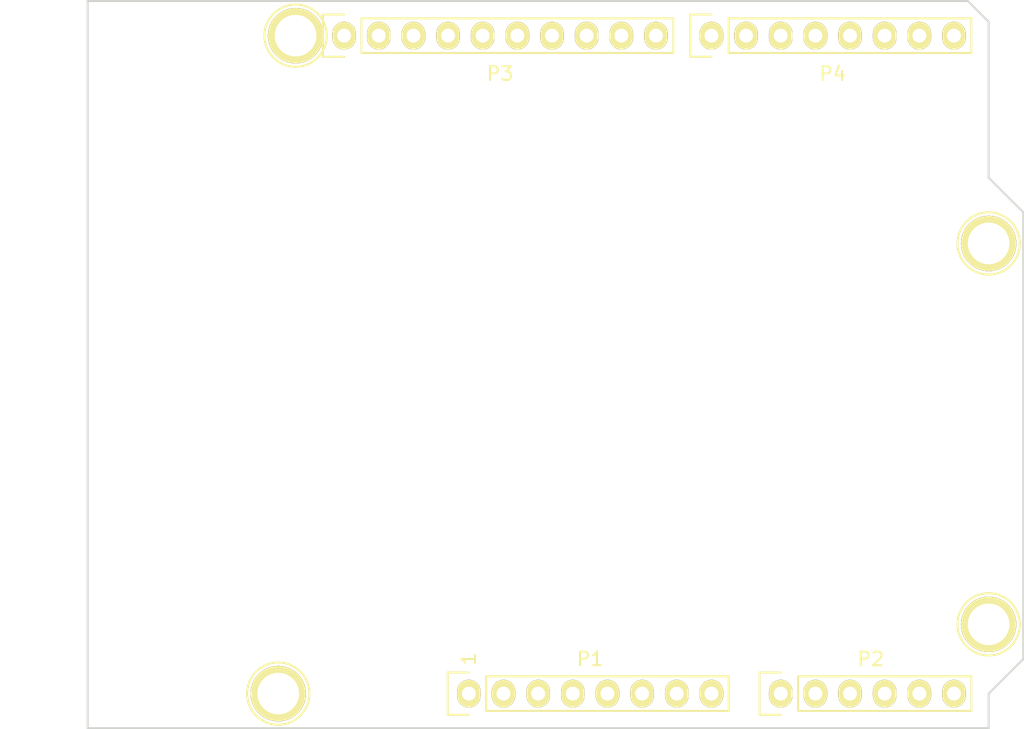
<source format=kicad_pcb>
(kicad_pcb (version 20221018) (generator pcbnew)
  (title_block (date "lun. 30 mars 2015"))
  (layers (0 "F.Cu" signal) (31 "B.Cu" signal) (34 "B.Paste" user) (35 "F.Paste" user) (36 "B.SilkS" user "B.Silkscreen") (37 "F.SilkS" user "F.Silkscreen") (38 "B.Mask" user) (39 "F.Mask" user) (44 "Edge.Cuts" user))
  (net 0 "")
  (net 1 "/IOREF")
  (net 2 "/Reset")
  (net 3 "+5V")
  (net 4 "GND")
  (net 5 "/Vin")
  (net 6 "/A0")
  (net 7 "/A1")
  (net 8 "/A2")
  (net 9 "/A3")
  (net 10 "/AREF")
  (net 11 "/A4(SDA)")
  (net 12 "/A5(SCL)")
  (net 13 "/9(**)")
  (net 14 "/8")
  (net 15 "/7")
  (net 16 "/6(**)")
  (net 17 "/5(**)")
  (net 18 "/4")
  (net 19 "/3(**)")
  (net 20 "/2")
  (net 21 "/1(Tx)")
  (net 22 "/0(Rx)")
  (net 23 "Net-(P5-Pad1)")
  (net 24 "Net-(P6-Pad1)")
  (net 25 "Net-(P7-Pad1)")
  (net 26 "Net-(P8-Pad1)")
  (net 27 "/13(SCK)")
  (net 28 "/10(**/SS)")
  (net 29 "Net-(P1-Pad1)")
  (net 30 "+3V3")
  (net 31 "/12(MISO)")
  (net 32 "/11(**/MOSI)")
  (footprint "Socket_Arduino_Uno:Socket_Strip_Arduino_1x08" (layer "F.Cu") (at 138.938 123.825)
    (fp_text reference "P1" (at 8.89 -2.54) (layer "F.SilkS"))
    (fp_text value "Power")
    (fp_line (start -1.55 -1.55) (end -1.55 1.55) (stroke (width 0.15)) (layer "F.SilkS"))
    (fp_line (start -1.55 1.55) (end 0 1.55) (stroke (width 0.15)) (layer "F.SilkS"))
    (fp_line (start 0 -1.55) (end -1.55 -1.55) (stroke (width 0.15)) (layer "F.SilkS"))
    (fp_line (start 1.27 1.27) (end 1.27 -1.27) (stroke (width 0.15)) (layer "F.SilkS"))
    (fp_line (start 1.27 1.27) (end 19.05 1.27) (stroke (width 0.15)) (layer "F.SilkS"))
    (fp_line (start 19.05 -1.27) (end 1.27 -1.27) (stroke (width 0.15)) (layer "F.SilkS"))
    (fp_line (start 19.05 1.27) (end 19.05 -1.27) (stroke (width 0.15)) (layer "F.SilkS"))
    (pad "1" thru_hole oval locked (at 0 0) (size 1.7272 2.032) (drill 1.016) (layers "*.Cu" "*.Mask" "F.SilkS") (net 29 "Net-(P1-Pad1)"))
    (pad "2" thru_hole oval locked (at 2.54 0) (size 1.7272 2.032) (drill 1.016) (layers "*.Cu" "*.Mask" "F.SilkS") (net 1 "/IOREF"))
    (pad "3" thru_hole oval locked (at 5.08 0) (size 1.7272 2.032) (drill 1.016) (layers "*.Cu" "*.Mask" "F.SilkS") (net 2 "/Reset"))
    (pad "4" thru_hole oval locked (at 7.62 0) (size 1.7272 2.032) (drill 1.016) (layers "*.Cu" "*.Mask" "F.SilkS") (net 30 "+3V3"))
    (pad "5" thru_hole oval locked (at 10.16 0) (size 1.7272 2.032) (drill 1.016) (layers "*.Cu" "*.Mask" "F.SilkS") (net 3 "+5V"))
    (pad "6" thru_hole oval locked (at 12.7 0) (size 1.7272 2.032) (drill 1.016) (layers "*.Cu" "*.Mask" "F.SilkS") (net 4 "GND"))
    (pad "7" thru_hole oval locked (at 15.24 0) (size 1.7272 2.032) (drill 1.016) (layers "*.Cu" "*.Mask" "F.SilkS") (net 4 "GND"))
    (pad "8" thru_hole oval locked (at 17.78 0) (size 1.7272 2.032) (drill 1.016) (layers "*.Cu" "*.Mask" "F.SilkS") (net 5 "/Vin"))
  )
  (footprint "Socket_Arduino_Uno:Socket_Strip_Arduino_1x06" (layer "F.Cu") (at 161.798 123.825)
    (fp_text reference "P2" (at 6.604 -2.54) (layer "F.SilkS"))
    (fp_text value "Analog")
    (fp_line (start -1.55 -1.55) (end -1.55 1.55) (stroke (width 0.15)) (layer "F.SilkS"))
    (fp_line (start -1.55 1.55) (end 0 1.55) (stroke (width 0.15)) (layer "F.SilkS"))
    (fp_line (start 0 -1.55) (end -1.55 -1.55) (stroke (width 0.15)) (layer "F.SilkS"))
    (fp_line (start 1.27 1.27) (end 1.27 -1.27) (stroke (width 0.15)) (layer "F.SilkS"))
    (fp_line (start 1.27 1.27) (end 13.97 1.27) (stroke (width 0.15)) (layer "F.SilkS"))
    (fp_line (start 13.97 -1.27) (end 1.27 -1.27) (stroke (width 0.15)) (layer "F.SilkS"))
    (fp_line (start 13.97 1.27) (end 13.97 -1.27) (stroke (width 0.15)) (layer "F.SilkS"))
    (pad "1" thru_hole oval locked (at 0 0) (size 1.7272 2.032) (drill 1.016) (layers "*.Cu" "*.Mask" "F.SilkS") (net 6 "/A0"))
    (pad "2" thru_hole oval locked (at 2.54 0) (size 1.7272 2.032) (drill 1.016) (layers "*.Cu" "*.Mask" "F.SilkS") (net 7 "/A1"))
    (pad "3" thru_hole oval locked (at 5.08 0) (size 1.7272 2.032) (drill 1.016) (layers "*.Cu" "*.Mask" "F.SilkS") (net 8 "/A2"))
    (pad "4" thru_hole oval locked (at 7.62 0) (size 1.7272 2.032) (drill 1.016) (layers "*.Cu" "*.Mask" "F.SilkS") (net 9 "/A3"))
    (pad "5" thru_hole oval locked (at 10.16 0) (size 1.7272 2.032) (drill 1.016) (layers "*.Cu" "*.Mask" "F.SilkS") (net 11 "/A4(SDA)"))
    (pad "6" thru_hole oval locked (at 12.7 0) (size 1.7272 2.032) (drill 1.016) (layers "*.Cu" "*.Mask" "F.SilkS") (net 12 "/A5(SCL)"))
  )
  (footprint "Socket_Arduino_Uno:Socket_Strip_Arduino_1x10" (layer "F.Cu") (at 129.794 75.565)
    (fp_text reference "P3" (at 11.43 2.794) (layer "F.SilkS"))
    (fp_text value "Digital")
    (fp_line (start -1.55 -1.55) (end -1.55 1.55) (stroke (width 0.15)) (layer "F.SilkS"))
    (fp_line (start -1.55 1.55) (end 0 1.55) (stroke (width 0.15)) (layer "F.SilkS"))
    (fp_line (start 0 -1.55) (end -1.55 -1.55) (stroke (width 0.15)) (layer "F.SilkS"))
    (fp_line (start 1.27 1.27) (end 1.27 -1.27) (stroke (width 0.15)) (layer "F.SilkS"))
    (fp_line (start 1.27 1.27) (end 24.13 1.27) (stroke (width 0.15)) (layer "F.SilkS"))
    (fp_line (start 24.13 -1.27) (end 1.27 -1.27) (stroke (width 0.15)) (layer "F.SilkS"))
    (fp_line (start 24.13 1.27) (end 24.13 -1.27) (stroke (width 0.15)) (layer "F.SilkS"))
    (pad "1" thru_hole oval locked (at 0 0) (size 1.7272 2.032) (drill 1.016) (layers "*.Cu" "*.Mask" "F.SilkS") (net 12 "/A5(SCL)"))
    (pad "2" thru_hole oval locked (at 2.54 0) (size 1.7272 2.032) (drill 1.016) (layers "*.Cu" "*.Mask" "F.SilkS") (net 11 "/A4(SDA)"))
    (pad "3" thru_hole oval locked (at 5.08 0) (size 1.7272 2.032) (drill 1.016) (layers "*.Cu" "*.Mask" "F.SilkS") (net 10 "/AREF"))
    (pad "4" thru_hole oval locked (at 7.62 0) (size 1.7272 2.032) (drill 1.016) (layers "*.Cu" "*.Mask" "F.SilkS") (net 4 "GND"))
    (pad "5" thru_hole oval locked (at 10.16 0) (size 1.7272 2.032) (drill 1.016) (layers "*.Cu" "*.Mask" "F.SilkS") (net 27 "/13(SCK)"))
    (pad "6" thru_hole oval locked (at 12.7 0) (size 1.7272 2.032) (drill 1.016) (layers "*.Cu" "*.Mask" "F.SilkS") (net 31 "/12(MISO)"))
    (pad "7" thru_hole oval locked (at 15.24 0) (size 1.7272 2.032) (drill 1.016) (layers "*.Cu" "*.Mask" "F.SilkS") (net 32 "/11(**/MOSI)"))
    (pad "8" thru_hole oval locked (at 17.78 0) (size 1.7272 2.032) (drill 1.016) (layers "*.Cu" "*.Mask" "F.SilkS") (net 28 "/10(**/SS)"))
    (pad "9" thru_hole oval locked (at 20.32 0) (size 1.7272 2.032) (drill 1.016) (layers "*.Cu" "*.Mask" "F.SilkS") (net 13 "/9(**)"))
    (pad "10" thru_hole oval locked (at 22.86 0) (size 1.7272 2.032) (drill 1.016) (layers "*.Cu" "*.Mask" "F.SilkS") (net 14 "/8"))
  )
  (footprint "Socket_Arduino_Uno:Socket_Strip_Arduino_1x08" (layer "F.Cu") (at 156.718 75.565)
    (fp_text reference "P4" (at 8.89 2.794) (layer "F.SilkS"))
    (fp_text value "Digital")
    (fp_line (start -1.55 -1.55) (end -1.55 1.55) (stroke (width 0.15)) (layer "F.SilkS"))
    (fp_line (start -1.55 1.55) (end 0 1.55) (stroke (width 0.15)) (layer "F.SilkS"))
    (fp_line (start 0 -1.55) (end -1.55 -1.55) (stroke (width 0.15)) (layer "F.SilkS"))
    (fp_line (start 1.27 1.27) (end 1.27 -1.27) (stroke (width 0.15)) (layer "F.SilkS"))
    (fp_line (start 1.27 1.27) (end 19.05 1.27) (stroke (width 0.15)) (layer "F.SilkS"))
    (fp_line (start 19.05 -1.27) (end 1.27 -1.27) (stroke (width 0.15)) (layer "F.SilkS"))
    (fp_line (start 19.05 1.27) (end 19.05 -1.27) (stroke (width 0.15)) (layer "F.SilkS"))
    (pad "1" thru_hole oval locked (at 0 0) (size 1.7272 2.032) (drill 1.016) (layers "*.Cu" "*.Mask" "F.SilkS") (net 15 "/7"))
    (pad "2" thru_hole oval locked (at 2.54 0) (size 1.7272 2.032) (drill 1.016) (layers "*.Cu" "*.Mask" "F.SilkS") (net 16 "/6(**)"))
    (pad "3" thru_hole oval locked (at 5.08 0) (size 1.7272 2.032) (drill 1.016) (layers "*.Cu" "*.Mask" "F.SilkS") (net 17 "/5(**)"))
    (pad "4" thru_hole oval locked (at 7.62 0) (size 1.7272 2.032) (drill 1.016) (layers "*.Cu" "*.Mask" "F.SilkS") (net 18 "/4"))
    (pad "5" thru_hole oval locked (at 10.16 0) (size 1.7272 2.032) (drill 1.016) (layers "*.Cu" "*.Mask" "F.SilkS") (net 19 "/3(**)"))
    (pad "6" thru_hole oval locked (at 12.7 0) (size 1.7272 2.032) (drill 1.016) (layers "*.Cu" "*.Mask" "F.SilkS") (net 20 "/2"))
    (pad "7" thru_hole oval locked (at 15.24 0) (size 1.7272 2.032) (drill 1.016) (layers "*.Cu" "*.Mask" "F.SilkS") (net 21 "/1(Tx)"))
    (pad "8" thru_hole oval locked (at 17.78 0) (size 1.7272 2.032) (drill 1.016) (layers "*.Cu" "*.Mask" "F.SilkS") (net 22 "/0(Rx)"))
  )
  (footprint "Socket_Arduino_Uno:Arduino_1pin" (layer "F.Cu") (at 124.968 123.825)
    (fp_text reference "P5" hide)
    (fp_text value "CONN_01X01" hide)
    (fp_circle (center 0 0) (end 0 -2.286) (stroke (width 0.15)) (fill none) (layer "F.SilkS"))
    (pad "1" thru_hole circle locked (at 0 0) (size 4.064 4.064) (drill 3.048) (layers "*.Cu" "*.Mask" "F.SilkS") (net 23 "Net-(P5-Pad1)"))
  )
  (footprint "Socket_Arduino_Uno:Arduino_1pin" (layer "F.Cu") (at 177.038 118.745)
    (fp_text reference "P6" hide)
    (fp_text value "CONN_01X01" hide)
    (fp_circle (center 0 0) (end 0 -2.286) (stroke (width 0.15)) (fill none) (layer "F.SilkS"))
    (pad "1" thru_hole circle locked (at 0 0) (size 4.064 4.064) (drill 3.048) (layers "*.Cu" "*.Mask" "F.SilkS") (net 24 "Net-(P6-Pad1)"))
  )
  (footprint "Socket_Arduino_Uno:Arduino_1pin" (layer "F.Cu") (at 126.238 75.565)
    (fp_text reference "P7" hide)
    (fp_text value "CONN_01X01" hide)
    (fp_circle (center 0 0) (end 0 -2.286) (stroke (width 0.15)) (fill none) (layer "F.SilkS"))
    (pad "1" thru_hole circle locked (at 0 0) (size 4.064 4.064) (drill 3.048) (layers "*.Cu" "*.Mask" "F.SilkS") (net 25 "Net-(P7-Pad1)"))
  )
  (footprint "Socket_Arduino_Uno:Arduino_1pin" (layer "F.Cu") (at 177.038 90.805)
    (fp_text reference "P8" hide)
    (fp_text value "CONN_01X01" hide)
    (fp_circle (center 0 0) (end 0 -2.286) (stroke (width 0.15)) (fill none) (layer "F.SilkS"))
    (pad "1" thru_hole circle locked (at 0 0) (size 4.064 4.064) (drill 3.048) (layers "*.Cu" "*.Mask" "F.SilkS") (net 26 "Net-(P8-Pad1)"))
  )
  (gr_line (start 179.578 88.519) (end 177.038 85.979) (stroke (width 0.15)) (layer "Edge.Cuts"))
  (gr_line (start 177.038 85.979) (end 177.038 74.549) (stroke (width 0.15)) (layer "Edge.Cuts"))
  (gr_line (start 177.038 74.549) (end 175.514 73.025) (stroke (width 0.15)) (layer "Edge.Cuts"))
  (gr_line (start 110.998 73.025) (end 110.998 126.365) (stroke (width 0.15)) (layer "Edge.Cuts"))
  (gr_line (start 177.038 123.825) (end 179.578 121.285) (stroke (width 0.15)) (layer "Edge.Cuts"))
  (gr_line (start 177.038 126.365) (end 177.038 123.825) (stroke (width 0.15)) (layer "Edge.Cuts"))
  (gr_line (start 110.998 126.365) (end 177.038 126.365) (stroke (width 0.15)) (layer "Edge.Cuts"))
  (gr_line (start 175.514 73.025) (end 110.998 73.025) (stroke (width 0.15)) (layer "Edge.Cuts"))
  (gr_line (start 179.578 121.285) (end 179.578 88.519) (stroke (width 0.15)) (layer "Edge.Cuts"))
  (gr_text "1" (at 138.938 121.285 90) (layer "F.SilkS") (effects (font (size 1 1))))
)
</source>
